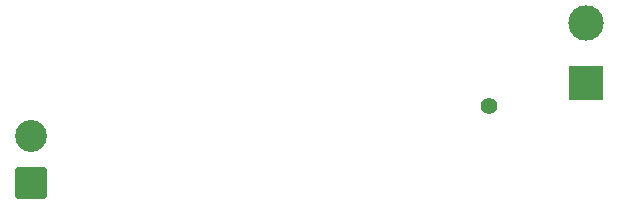
<source format=gbr>
%TF.GenerationSoftware,KiCad,Pcbnew,9.0.0*%
%TF.CreationDate,2025-04-27T18:44:57+09:00*%
%TF.ProjectId,LM25145_test,4c4d3235-3134-4355-9f74-6573742e6b69,rev?*%
%TF.SameCoordinates,Original*%
%TF.FileFunction,Soldermask,Bot*%
%TF.FilePolarity,Negative*%
%FSLAX46Y46*%
G04 Gerber Fmt 4.6, Leading zero omitted, Abs format (unit mm)*
G04 Created by KiCad (PCBNEW 9.0.0) date 2025-04-27 18:44:57*
%MOMM*%
%LPD*%
G01*
G04 APERTURE LIST*
G04 Aperture macros list*
%AMRoundRect*
0 Rectangle with rounded corners*
0 $1 Rounding radius*
0 $2 $3 $4 $5 $6 $7 $8 $9 X,Y pos of 4 corners*
0 Add a 4 corners polygon primitive as box body*
4,1,4,$2,$3,$4,$5,$6,$7,$8,$9,$2,$3,0*
0 Add four circle primitives for the rounded corners*
1,1,$1+$1,$2,$3*
1,1,$1+$1,$4,$5*
1,1,$1+$1,$6,$7*
1,1,$1+$1,$8,$9*
0 Add four rect primitives between the rounded corners*
20,1,$1+$1,$2,$3,$4,$5,0*
20,1,$1+$1,$4,$5,$6,$7,0*
20,1,$1+$1,$6,$7,$8,$9,0*
20,1,$1+$1,$8,$9,$2,$3,0*%
G04 Aperture macros list end*
%ADD10C,1.400000*%
%ADD11RoundRect,0.250001X1.099999X-1.099999X1.099999X1.099999X-1.099999X1.099999X-1.099999X-1.099999X0*%
%ADD12C,2.700000*%
%ADD13R,3.000000X3.000000*%
%ADD14C,3.000000*%
G04 APERTURE END LIST*
D10*
%TO.C,TP1*%
X100625000Y-56505000D03*
%TD*%
D11*
%TO.C,J1*%
X61830000Y-63017500D03*
D12*
X61830000Y-59057500D03*
%TD*%
D13*
%TO.C,J2*%
X108875000Y-54505000D03*
D14*
X108875000Y-49425000D03*
%TD*%
M02*

</source>
